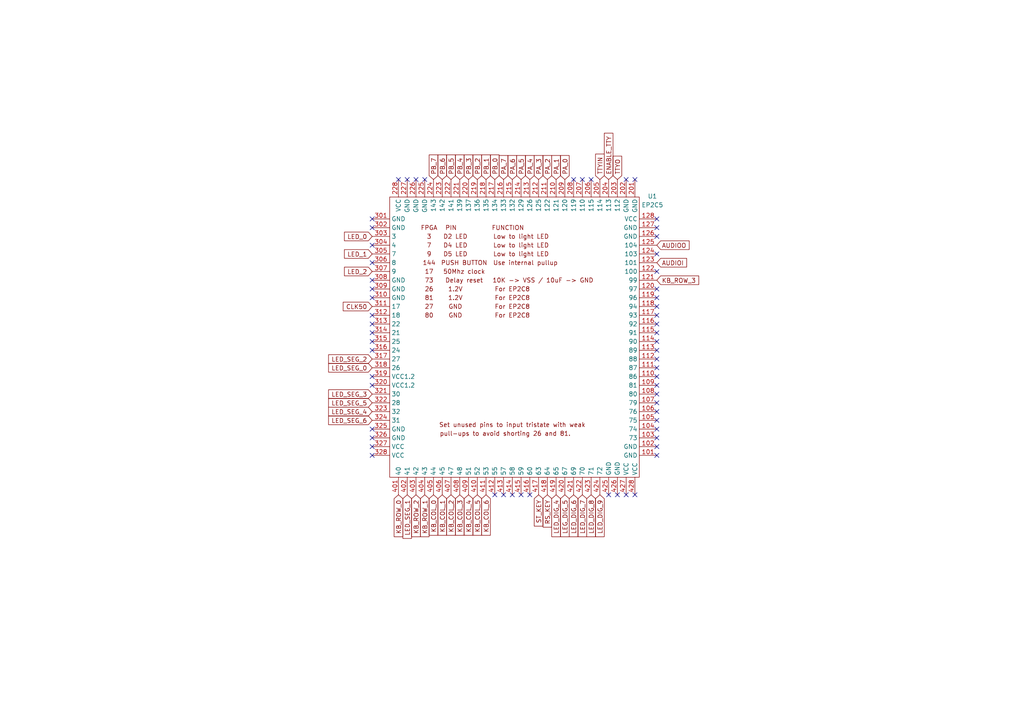
<source format=kicad_sch>
(kicad_sch (version 20211123) (generator eeschema)
  (paper "A4")
  (lib_symbols
    (symbol "ep2c5:EP2C5"
      (property "Reference" "U" (at 2.54 0 0))
      (property "Value" "EP2C5" (at -2.54 0 0))
      (symbol "EP2C5_0_0"
        (text " pull-ups to avoid shorting 26 and 81." (at -2.54 -29.21 0) (effects (font (size 1.27 1.27))))
        (text "1.2V" (at -16.51 10.16 0) (effects (font (size 1.27 1.27))))
        (text "1.2V" (at -16.51 12.7 0) (effects (font (size 1.27 1.27))))
        (text "10K -> VSS / 10uF -> GND" (at 8.89 15.24 0) (effects (font (size 1.27 1.27))))
        (text "144" (at -24.13 20.32 0) (effects (font (size 1.27 1.27))))
        (text "17" (at -24.13 17.78 0) (effects (font (size 1.27 1.27))))
        (text "26" (at -24.13 12.7 0) (effects (font (size 1.27 1.27))))
        (text "27" (at -24.13 7.62 0) (effects (font (size 1.27 1.27))))
        (text "3" (at -24.13 27.94 0) (effects (font (size 1.27 1.27))))
        (text "50Mhz clock" (at -13.97 17.78 0) (effects (font (size 1.27 1.27))))
        (text "7" (at -24.13 25.4 0) (effects (font (size 1.27 1.27))))
        (text "73" (at -24.13 15.24 0) (effects (font (size 1.27 1.27))))
        (text "80" (at -24.13 5.08 0) (effects (font (size 1.27 1.27))))
        (text "81" (at -24.13 10.16 0) (effects (font (size 1.27 1.27))))
        (text "9" (at -24.13 22.86 0) (effects (font (size 1.27 1.27))))
        (text "D2 LED" (at -16.51 27.94 0) (effects (font (size 1.27 1.27))))
        (text "D4 LED" (at -16.51 25.4 0) (effects (font (size 1.27 1.27))))
        (text "D5 LED" (at -16.51 22.86 0) (effects (font (size 1.27 1.27))))
        (text "Delay reset" (at -13.97 15.24 0) (effects (font (size 1.27 1.27))))
        (text "For EP2C8" (at 0 5.08 0) (effects (font (size 1.27 1.27))))
        (text "For EP2C8" (at 0 7.62 0) (effects (font (size 1.27 1.27))))
        (text "For EP2C8" (at 0 10.16 0) (effects (font (size 1.27 1.27))))
        (text "For EP2C8" (at 0 12.7 0) (effects (font (size 1.27 1.27))))
        (text "FPGA" (at -24.13 30.48 0) (effects (font (size 1.27 1.27))))
        (text "FUNCTION" (at -1.27 30.48 0) (effects (font (size 1.27 1.27))))
        (text "GND" (at -16.51 5.08 0) (effects (font (size 1.27 1.27))))
        (text "GND" (at -16.51 7.62 0) (effects (font (size 1.27 1.27))))
        (text "Low to light LED" (at 2.54 22.86 0) (effects (font (size 1.27 1.27))))
        (text "Low to light LED" (at 2.54 25.4 0) (effects (font (size 1.27 1.27))))
        (text "Low to light LED" (at 2.54 27.94 0) (effects (font (size 1.27 1.27))))
        (text "PIN" (at -17.78 30.48 0) (effects (font (size 1.27 1.27))))
        (text "PUSH BUTTON" (at -13.97 20.32 0) (effects (font (size 1.27 1.27))))
        (text "Set unused pins to input tristate with weak" (at 0 -26.67 0) (effects (font (size 1.27 1.27))))
        (text "Use internal pullup" (at 3.81 20.32 0) (effects (font (size 1.27 1.27))))
      )
      (symbol "EP2C5_0_1"
        (rectangle (start -35.56 39.37) (end 36.83 -41.91))
      )
      (symbol "EP2C5_1_1"
        (pin unspecified line (at 41.91 -35.56 180) (length 5.08) (name "GND") (number "101"))
        (pin unspecified line (at 41.91 -33.02 180) (length 5.08) (name "GND") (number "102"))
        (pin unspecified line (at 41.91 -30.48 180) (length 5.08) (name "73") (number "103"))
        (pin unspecified line (at 41.91 -27.94 180) (length 5.08) (name "74") (number "104"))
        (pin unspecified line (at 41.91 -25.4 180) (length 5.08) (name "75") (number "105"))
        (pin unspecified line (at 41.91 -22.86 180) (length 5.08) (name "76") (number "106"))
        (pin unspecified line (at 41.91 -20.32 180) (length 5.08) (name "79") (number "107"))
        (pin unspecified line (at 41.91 -17.78 180) (length 5.08) (name "80") (number "108"))
        (pin unspecified line (at 41.91 -15.24 180) (length 5.08) (name "81") (number "109"))
        (pin unspecified line (at 41.91 -12.7 180) (length 5.08) (name "86") (number "110"))
        (pin unspecified line (at 41.91 -10.16 180) (length 5.08) (name "87") (number "111"))
        (pin unspecified line (at 41.91 -7.62 180) (length 5.08) (name "88") (number "112"))
        (pin unspecified line (at 41.91 -5.08 180) (length 5.08) (name "89") (number "113"))
        (pin unspecified line (at 41.91 -2.54 180) (length 5.08) (name "90") (number "114"))
        (pin unspecified line (at 41.91 0 180) (length 5.08) (name "91") (number "115"))
        (pin unspecified line (at 41.91 2.54 180) (length 5.08) (name "92") (number "116"))
        (pin unspecified line (at 41.91 5.08 180) (length 5.08) (name "93") (number "117"))
        (pin unspecified line (at 41.91 7.62 180) (length 5.08) (name "94") (number "118"))
        (pin unspecified line (at 41.91 10.16 180) (length 5.08) (name "96") (number "119"))
        (pin unspecified line (at 41.91 12.7 180) (length 5.08) (name "97") (number "120"))
        (pin unspecified line (at 41.91 15.24 180) (length 5.08) (name "99") (number "121"))
        (pin unspecified line (at 41.91 17.78 180) (length 5.08) (name "100") (number "122"))
        (pin unspecified line (at 41.91 20.32 180) (length 5.08) (name "101") (number "123"))
        (pin unspecified line (at 41.91 22.86 180) (length 5.08) (name "103") (number "124"))
        (pin unspecified line (at 41.91 25.4 180) (length 5.08) (name "104") (number "125"))
        (pin unspecified line (at 41.91 27.94 180) (length 5.08) (name "GND") (number "126"))
        (pin unspecified line (at 41.91 30.48 180) (length 5.08) (name "GND") (number "127"))
        (pin unspecified line (at 41.91 33.02 180) (length 5.08) (name "VCC") (number "128"))
        (pin unspecified line (at 35.56 44.45 270) (length 5.08) (name "GND") (number "201"))
        (pin unspecified line (at 33.02 44.45 270) (length 5.08) (name "GND") (number "202"))
        (pin unspecified line (at 30.48 44.45 270) (length 5.08) (name "112") (number "203"))
        (pin unspecified line (at 27.94 44.45 270) (length 5.08) (name "113") (number "204"))
        (pin unspecified line (at 25.4 44.45 270) (length 5.08) (name "114") (number "205"))
        (pin unspecified line (at 22.86 44.45 270) (length 5.08) (name "115") (number "206"))
        (pin unspecified line (at 20.32 44.45 270) (length 5.08) (name "110") (number "207"))
        (pin unspecified line (at 17.78 44.45 270) (length 5.08) (name "119") (number "208"))
        (pin unspecified line (at 15.24 44.45 270) (length 5.08) (name "120") (number "209"))
        (pin unspecified line (at 12.7 44.45 270) (length 5.08) (name "121") (number "210"))
        (pin unspecified line (at 10.16 44.45 270) (length 5.08) (name "122") (number "211"))
        (pin unspecified line (at 7.62 44.45 270) (length 5.08) (name "125") (number "212"))
        (pin unspecified line (at 5.08 44.45 270) (length 5.08) (name "126") (number "213"))
        (pin unspecified line (at 2.54 44.45 270) (length 5.08) (name "129") (number "214"))
        (pin unspecified line (at 0 44.45 270) (length 5.08) (name "132") (number "215"))
        (pin unspecified line (at -2.54 44.45 270) (length 5.08) (name "133") (number "216"))
        (pin unspecified line (at -5.08 44.45 270) (length 5.08) (name "134") (number "217"))
        (pin unspecified line (at -7.62 44.45 270) (length 5.08) (name "135") (number "218"))
        (pin unspecified line (at -10.16 44.45 270) (length 5.08) (name "136") (number "219"))
        (pin unspecified line (at -12.7 44.45 270) (length 5.08) (name "137") (number "220"))
        (pin unspecified line (at -15.24 44.45 270) (length 5.08) (name "139") (number "221"))
        (pin unspecified line (at -17.78 44.45 270) (length 5.08) (name "141") (number "222"))
        (pin unspecified line (at -20.32 44.45 270) (length 5.08) (name "142") (number "223"))
        (pin unspecified line (at -22.86 44.45 270) (length 5.08) (name "143") (number "224"))
        (pin unspecified line (at -25.4 44.45 270) (length 5.08) (name "GND") (number "225"))
        (pin unspecified line (at -27.94 44.45 270) (length 5.08) (name "GND") (number "226"))
        (pin unspecified line (at -30.48 44.45 270) (length 5.08) (name "GND") (number "227"))
        (pin unspecified line (at -33.02 44.45 270) (length 5.08) (name "VCC") (number "228"))
        (pin unspecified line (at -40.64 33.02 0) (length 5.08) (name "GND") (number "301"))
        (pin unspecified line (at -40.64 30.48 0) (length 5.08) (name "GND") (number "302"))
        (pin unspecified line (at -40.64 27.94 0) (length 5.08) (name "3") (number "303"))
        (pin unspecified line (at -40.64 25.4 0) (length 5.08) (name "4") (number "304"))
        (pin unspecified line (at -40.64 22.86 0) (length 5.08) (name "7") (number "305"))
        (pin unspecified line (at -40.64 20.32 0) (length 5.08) (name "8") (number "306"))
        (pin unspecified line (at -40.64 17.78 0) (length 5.08) (name "9") (number "307"))
        (pin unspecified line (at -40.64 15.24 0) (length 5.08) (name "GND") (number "308"))
        (pin unspecified line (at -40.64 12.7 0) (length 5.08) (name "GND") (number "309"))
        (pin unspecified line (at -40.64 10.16 0) (length 5.08) (name "GND") (number "310"))
        (pin unspecified line (at -40.64 7.62 0) (length 5.08) (name "17") (number "311"))
        (pin unspecified line (at -40.64 5.08 0) (length 5.08) (name "18") (number "312"))
        (pin unspecified line (at -40.64 2.54 0) (length 5.08) (name "22") (number "313"))
        (pin unspecified line (at -40.64 0 0) (length 5.08) (name "21") (number "314"))
        (pin unspecified line (at -40.64 -2.54 0) (length 5.08) (name "25") (number "315"))
        (pin unspecified line (at -40.64 -5.08 0) (length 5.08) (name "24") (number "316"))
        (pin unspecified line (at -40.64 -7.62 0) (length 5.08) (name "27") (number "317"))
        (pin unspecified line (at -40.64 -10.16 0) (length 5.08) (name "26") (number "318"))
        (pin unspecified line (at -40.64 -12.7 0) (length 5.08) (name "VCC1.2") (number "319"))
        (pin unspecified line (at -40.64 -15.24 0) (length 5.08) (name "VCC1.2") (number "320"))
        (pin unspecified line (at -40.64 -17.78 0) (length 5.08) (name "30") (number "321"))
        (pin unspecified line (at -40.64 -20.32 0) (length 5.08) (name "28") (number "322"))
        (pin unspecified line (at -40.64 -22.86 0) (length 5.08) (name "32") (number "323"))
        (pin unspecified line (at -40.64 -25.4 0) (length 5.08) (name "31") (number "324"))
        (pin unspecified line (at -40.64 -27.94 0) (length 5.08) (name "GND") (number "325"))
        (pin unspecified line (at -40.64 -30.48 0) (length 5.08) (name "GND") (number "326"))
        (pin unspecified line (at -40.64 -33.02 0) (length 5.08) (name "VCC") (number "327"))
        (pin unspecified line (at -40.64 -35.56 0) (length 5.08) (name "VCC") (number "328"))
        (pin unspecified line (at -33.02 -46.99 90) (length 5.08) (name "40") (number "401"))
        (pin unspecified line (at -30.48 -46.99 90) (length 5.08) (name "41") (number "402"))
        (pin unspecified line (at -27.94 -46.99 90) (length 5.08) (name "42") (number "403"))
        (pin unspecified line (at -25.4 -46.99 90) (length 5.08) (name "43") (number "404"))
        (pin unspecified line (at -22.86 -46.99 90) (length 5.08) (name "44") (number "405"))
        (pin unspecified line (at -20.32 -46.99 90) (length 5.08) (name "45") (number "406"))
        (pin unspecified line (at -17.78 -46.99 90) (length 5.08) (name "47") (number "407"))
        (pin unspecified line (at -15.24 -46.99 90) (length 5.08) (name "48") (number "408"))
        (pin unspecified line (at -12.7 -46.99 90) (length 5.08) (name "51") (number "409"))
        (pin unspecified line (at -10.16 -46.99 90) (length 5.08) (name "52") (number "410"))
        (pin unspecified line (at -7.62 -46.99 90) (length 5.08) (name "53") (number "411"))
        (pin unspecified line (at -5.08 -46.99 90) (length 5.08) (name "55") (number "412"))
        (pin unspecified line (at -2.54 -46.99 90) (length 5.08) (name "57") (number "413"))
        (pin unspecified line (at 0 -46.99 90) (length 5.08) (name "58") (number "414"))
        (pin unspecified line (at 2.54 -46.99 90) (length 5.08) (name "59") (number "415"))
        (pin unspecified line (at 5.08 -46.99 90) (length 5.08) (name "60") (number "416"))
        (pin unspecified line (at 7.62 -46.99 90) (length 5.08) (name "63") (number "417"))
        (pin unspecified line (at 10.16 -46.99 90) (length 5.08) (name "64") (number "418"))
        (pin unspecified line (at 12.7 -46.99 90) (length 5.08) (name "65") (number "419"))
        (pin unspecified line (at 15.24 -46.99 90) (length 5.08) (name "67") (number "420"))
        (pin unspecified line (at 17.78 -46.99 90) (length 5.08) (name "69") (number "421"))
        (pin unspecified line (at 20.32 -46.99 90) (length 5.08) (name "70") (number "422"))
        (pin unspecified line (at 22.86 -46.99 90) (length 5.08) (name "71") (number "423"))
        (pin unspecified line (at 25.4 -46.99 90) (length 5.08) (name "72") (number "424"))
        (pin unspecified line (at 27.94 -46.99 90) (length 5.08) (name "GND") (number "425"))
        (pin unspecified line (at 30.48 -46.99 90) (length 5.08) (name "GND") (number "426"))
        (pin unspecified line (at 33.02 -46.99 90) (length 5.08) (name "VCC") (number "427"))
        (pin unspecified line (at 35.56 -46.99 90) (length 5.08) (name "VCC") (number "428"))
      )
    )
  )
  (no_connect (at 176.53 143.51))
  (no_connect (at 179.07 143.51))
  (no_connect (at 181.61 143.51))
  (no_connect (at 184.15 143.51))
  (no_connect (at 107.95 66.04))
  (no_connect (at 107.95 71.12))
  (no_connect (at 107.95 63.5))
  (no_connect (at 107.95 99.06))
  (no_connect (at 107.95 96.52))
  (no_connect (at 107.95 93.98))
  (no_connect (at 107.95 86.36))
  (no_connect (at 107.95 83.82))
  (no_connect (at 107.95 91.44))
  (no_connect (at 107.95 76.2))
  (no_connect (at 107.95 81.28))
  (no_connect (at 107.95 109.22))
  (no_connect (at 107.95 111.76))
  (no_connect (at 107.95 101.6))
  (no_connect (at 107.95 124.46))
  (no_connect (at 107.95 127))
  (no_connect (at 107.95 129.54))
  (no_connect (at 107.95 132.08))
  (no_connect (at 123.19 52.07))
  (no_connect (at 120.65 52.07))
  (no_connect (at 118.11 52.07))
  (no_connect (at 115.57 52.07))
  (no_connect (at 151.13 143.51))
  (no_connect (at 143.51 143.51))
  (no_connect (at 153.67 143.51))
  (no_connect (at 166.37 52.07))
  (no_connect (at 168.91 52.07))
  (no_connect (at 171.45 52.07))
  (no_connect (at 184.15 52.07))
  (no_connect (at 181.61 52.07))
  (no_connect (at 190.5 93.98))
  (no_connect (at 190.5 96.52))
  (no_connect (at 190.5 99.06))
  (no_connect (at 190.5 101.6))
  (no_connect (at 190.5 88.9))
  (no_connect (at 190.5 91.44))
  (no_connect (at 190.5 104.14))
  (no_connect (at 190.5 109.22))
  (no_connect (at 190.5 106.68))
  (no_connect (at 190.5 111.76))
  (no_connect (at 190.5 114.3))
  (no_connect (at 190.5 116.84))
  (no_connect (at 190.5 119.38))
  (no_connect (at 190.5 121.92))
  (no_connect (at 190.5 78.74))
  (no_connect (at 190.5 73.66))
  (no_connect (at 190.5 83.82))
  (no_connect (at 190.5 86.36))
  (no_connect (at 190.5 68.58))
  (no_connect (at 190.5 66.04))
  (no_connect (at 190.5 63.5))
  (no_connect (at 190.5 129.54))
  (no_connect (at 190.5 132.08))
  (no_connect (at 190.5 127))
  (no_connect (at 190.5 124.46))
  (no_connect (at 148.59 143.51))
  (no_connect (at 146.05 143.51))
  (global_label "KB_COL_6" (shape input) (at 140.97 143.51 270) (property "Intersheet References" "${INTERSHEET_REFS}" (effects hide)))
  (global_label "PB_6" (shape input) (at 128.27 52.07 90) (property "Intersheet References" "${INTERSHEET_REFS}" (effects hide)))
  (global_label "LED_SEG_1" (shape input) (at 118.11 143.51 270) (property "Intersheet References" "${INTERSHEET_REFS}" (effects hide)))
  (global_label "LED_DIG_8" (shape input) (at 171.45 143.51 270) (property "Intersheet References" "${INTERSHEET_REFS}" (effects hide)))
  (global_label "PB_4" (shape input) (at 133.35 52.07 90) (property "Intersheet References" "${INTERSHEET_REFS}" (effects hide)))
  (global_label "LED_2" (shape input) (at 107.95 78.74 180) (property "Intersheet References" "${INTERSHEET_REFS}" (effects hide)))
  (global_label "ENABLE_TTY" (shape input) (at 176.53 52.07 90) (property "Intersheet References" "${INTERSHEET_REFS}" (effects hide)))
  (global_label "PB_2" (shape input) (at 138.43 52.07 90) (property "Intersheet References" "${INTERSHEET_REFS}" (effects hide)))
  (global_label "TTYIN" (shape input) (at 173.99 52.07 90) (property "Intersheet References" "${INTERSHEET_REFS}" (effects hide)))
  (global_label "KB_COL_5" (shape input) (at 138.43 143.51 270) (property "Intersheet References" "${INTERSHEET_REFS}" (effects hide)))
  (global_label "PA_3" (shape input) (at 156.21 52.07 90) (property "Intersheet References" "${INTERSHEET_REFS}" (effects hide)))
  (global_label "PA_1" (shape input) (at 161.29 52.07 90) (property "Intersheet References" "${INTERSHEET_REFS}" (effects hide)))
  (global_label "PA_0" (shape input) (at 163.83 52.07 90) (property "Intersheet References" "${INTERSHEET_REFS}" (effects hide)))
  (global_label "KB_ROW_1" (shape input) (at 123.19 143.51 270) (property "Intersheet References" "${INTERSHEET_REFS}" (effects hide)))
  (global_label "AUDIOO" (shape input) (at 190.5 71.12 0) (property "Intersheet References" "${INTERSHEET_REFS}" (effects hide)))
  (global_label "TTYO" (shape input) (at 179.07 52.07 90) (property "Intersheet References" "${INTERSHEET_REFS}" (effects hide)))
  (global_label "LED_SEG_3" (shape input) (at 107.95 114.3 180) (property "Intersheet References" "${INTERSHEET_REFS}" (effects hide)))
  (global_label "KB_COL_4" (shape input) (at 135.89 143.51 270) (property "Intersheet References" "${INTERSHEET_REFS}" (effects hide)))
  (global_label "PA_6" (shape input) (at 148.59 52.07 90) (property "Intersheet References" "${INTERSHEET_REFS}" (effects hide)))
  (global_label "PB_3" (shape input) (at 135.89 52.07 90) (property "Intersheet References" "${INTERSHEET_REFS}" (effects hide)))
  (global_label "LED_SEG_2" (shape input) (at 107.95 104.14 180) (property "Intersheet References" "${INTERSHEET_REFS}" (effects hide)))
  (global_label "PA_2" (shape input) (at 158.75 52.07 90) (property "Intersheet References" "${INTERSHEET_REFS}" (effects hide)))
  (global_label "KB_COL_2" (shape input) (at 130.81 143.51 270) (property "Intersheet References" "${INTERSHEET_REFS}" (effects hide)))
  (global_label "ST_KEY" (shape input) (at 156.21 143.51 270) (property "Intersheet References" "${INTERSHEET_REFS}" (effects hide)))
  (global_label "LED_DIG_4" (shape input) (at 161.29 143.51 270) (property "Intersheet References" "${INTERSHEET_REFS}" (effects hide)))
  (global_label "LED_SEG_4" (shape input) (at 107.95 119.38 180) (property "Intersheet References" "${INTERSHEET_REFS}" (effects hide)))
  (global_label "LED_SEG_0" (shape input) (at 107.95 106.68 180) (property "Intersheet References" "${INTERSHEET_REFS}" (effects hide)))
  (global_label "LED_DIG_7" (shape input) (at 168.91 143.51 270) (property "Intersheet References" "${INTERSHEET_REFS}" (effects hide)))
  (global_label "KB_COL_3" (shape input) (at 133.35 143.51 270) (property "Intersheet References" "${INTERSHEET_REFS}" (effects hide)))
  (global_label "PB_5" (shape input) (at 130.81 52.07 90) (property "Intersheet References" "${INTERSHEET_REFS}" (effects hide)))
  (global_label "PA_7" (shape input) (at 146.05 52.07 90) (property "Intersheet References" "${INTERSHEET_REFS}" (effects hide)))
  (global_label "KB_COL_1" (shape input) (at 128.27 143.51 270) (property "Intersheet References" "${INTERSHEET_REFS}" (effects hide)))
  (global_label "LED_0" (shape input) (at 107.95 68.58 180) (property "Intersheet References" "${INTERSHEET_REFS}" (effects hide)))
  (global_label "PB_7" (shape input) (at 125.73 52.07 90) (property "Intersheet References" "${INTERSHEET_REFS}" (effects hide)))
  (global_label "LED_1" (shape input) (at 107.95 73.66 180) (property "Intersheet References" "${INTERSHEET_REFS}" (effects hide)))
  (global_label "PB_0" (shape input) (at 143.51 52.07 90) (property "Intersheet References" "${INTERSHEET_REFS}" (effects hide)))
  (global_label "LED_DIG_6" (shape input) (at 166.37 143.51 270) (property "Intersheet References" "${INTERSHEET_REFS}" (effects hide)))
  (global_label "LED_DIG_9" (shape input) (at 173.99 143.51 270) (property "Intersheet References" "${INTERSHEET_REFS}" (effects hide)))
  (global_label "CLK50" (shape input) (at 107.95 88.9 180) (property "Intersheet References" "${INTERSHEET_REFS}" (effects hide)))
  (global_label "KB_COL_0" (shape input) (at 125.73 143.51 270) (property "Intersheet References" "${INTERSHEET_REFS}" (effects hide)))
  (global_label "KB_ROW_0" (shape input) (at 115.57 143.51 270) (property "Intersheet References" "${INTERSHEET_REFS}" (effects hide)))
  (global_label "RS_KEY" (shape input) (at 158.75 143.51 270) (property "Intersheet References" "${INTERSHEET_REFS}" (effects hide)))
  (global_label "PA_5" (shape input) (at 151.13 52.07 90) (property "Intersheet References" "${INTERSHEET_REFS}" (effects hide)))
  (global_label "PB_1" (shape input) (at 140.97 52.07 90) (property "Intersheet References" "${INTERSHEET_REFS}" (effects hide)))
  (global_label "KB_ROW_3" (shape input) (at 190.5 81.28 0) (property "Intersheet References" "${INTERSHEET_REFS}" (effects hide)))
  (global_label "LEG_DIG_5" (shape input) (at 163.83 143.51 270) (property "Intersheet References" "${INTERSHEET_REFS}" (effects hide)))
  (global_label "PA_4" (shape input) (at 153.67 52.07 90) (property "Intersheet References" "${INTERSHEET_REFS}" (effects hide)))
  (global_label "LED_SEG_5" (shape input) (at 107.95 116.84 180) (property "Intersheet References" "${INTERSHEET_REFS}" (effects hide)))
  (global_label "LED_SEG_6" (shape input) (at 107.95 121.92 180) (property "Intersheet References" "${INTERSHEET_REFS}" (effects hide)))
  (global_label "AUDIOI" (shape input) (at 190.5 76.2 0) (property "Intersheet References" "${INTERSHEET_REFS}" (effects hide)))
  (global_label "KB_ROW_2" (shape input) (at 120.65 143.51 270) (property "Intersheet References" "${INTERSHEET_REFS}" (effects hide)))
  (symbol (lib_id "ep2c5:EP2C5") (at 148.59 96.52 0) (unit 1)
    (property "Reference" "U1" (at 189.23 56.9212 0))
    (property "Value" "EP2C5" (at 189.23 59.4612 0))
    (property "Footprint" "EP2C5:EP2C5" (effects hide))
  )
)
</source>
